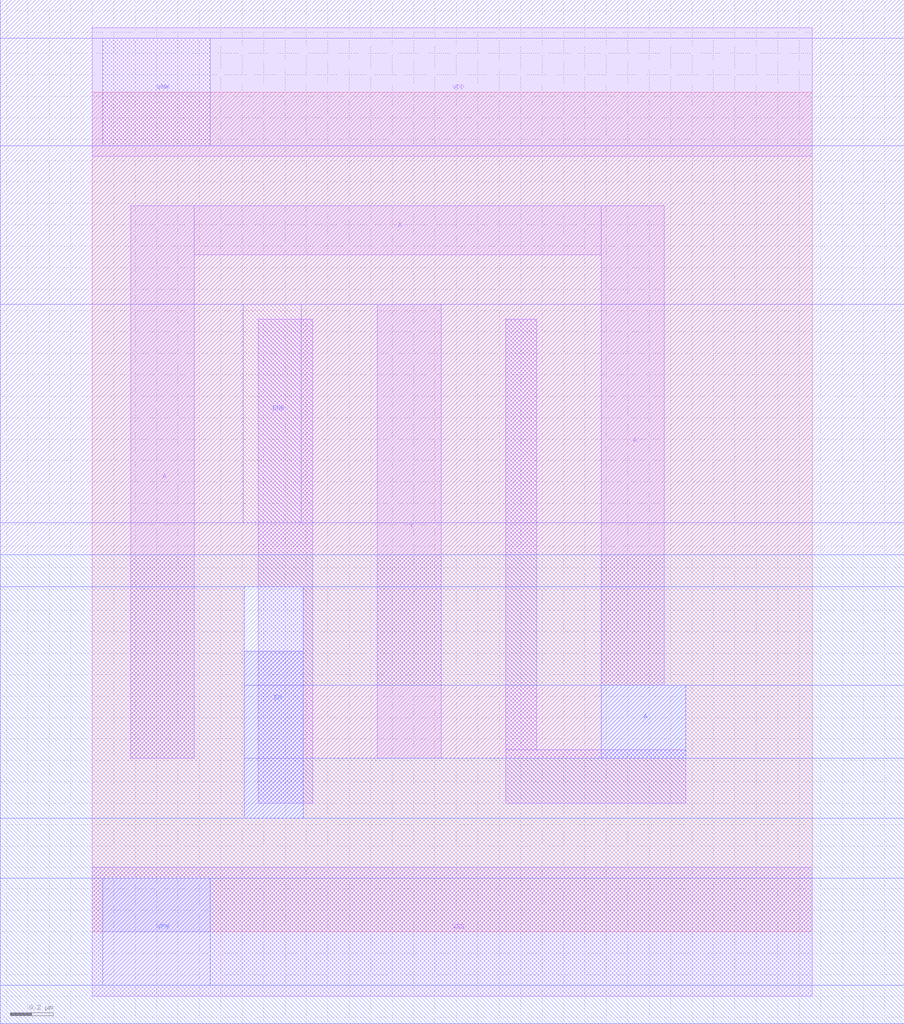
<source format=lef>
VERSION 5.7 ;
  NOWIREEXTENSIONATPIN ON ;
  DIVIDERCHAR "/" ;
  BUSBITCHARS "[]" ;
MACRO gf180mcu_as_sc_mcu7t5v0__trans_2
  CLASS core ;
  FOREIGN gf180mcu_as_sc_mcu7t5v0__trans_2 ;
  ORIGIN 0.000 0.000 ;
  SIZE 3.360 BY 3.920 ;
  SYMMETRY X Y ;
  SITE GF018hv5v_mcu_sc7 ;
  PIN Y
    DIRECTION OUTPUT ;
    USE SIGNAL ;
    ANTENNADIFFAREA 1.182800 ;
    PORT
      LAYER Metal1 ;
        RECT 1.330 0.810 1.630 2.930 ;
    END
  END Y
  PIN A
    DIRECTION INPUT ;
    USE SIGNAL ;
    ANTENNADIFFAREA 1.978400 ;
    PORT
      LAYER Metal1 ;
        RECT 0.180 0.810 0.475 3.390 ;
    END
    PORT
      LAYER Pwell ;
        RECT 2.375 0.810 2.770 1.150 ;
    END
    PORT
      LAYER Metal1 ;
        RECT 2.375 1.150 2.670 3.390 ;
    END
    PORT
      LAYER Metal1 ;
        RECT 0.475 3.160 2.375 3.390 ;
    END
  END A
  PIN VDD
    DIRECTION INOUT ;
    USE POWER ;
    SHAPE ABUTMENT ;
    PORT
      LAYER Metal1 ;
        RECT 0.000 3.620 3.360 4.220 ;
    END
  END VDD
  PIN VNW
    DIRECTION INOUT ;
    USE POWER ;
    PORT
      LAYER Nwell ;
        RECT 0.050 3.670 0.550 4.170 ;
    END
  END VNW
  PIN VPW
    DIRECTION INOUT ;
    USE GROUND ;
    PORT
      LAYER Pwell ;
        RECT 0.050 -0.250 0.550 0.250 ;
    END
  END VPW
  PIN VSS
    DIRECTION INOUT ;
    USE GROUND ;
    SHAPE ABUTMENT ;
    PORT
      LAYER Metal1 ;
        RECT 0.000 -0.300 3.360 0.300 ;
    END
  END VSS
  PIN ENB
    DIRECTION INPUT ;
    USE SIGNAL ;
    PORT
      LAYER Nwell ;
        RECT 0.705 1.910 0.975 2.930 ;
    END
  END ENB
  PIN EN
    DIRECTION INPUT ;
    USE SIGNAL ;
    PORT
      LAYER Pwell ;
        RECT 0.710 0.530 0.985 1.610 ;
    END
  END EN
  OBS
      LAYER Nwell ;
        RECT -0.430 4.170 3.790 4.350 ;
        RECT -0.430 3.670 0.050 4.170 ;
        RECT 0.550 3.670 3.790 4.170 ;
        RECT -0.430 2.930 3.790 3.670 ;
        RECT -0.430 1.910 0.705 2.930 ;
        RECT 0.975 1.910 3.790 2.930 ;
        RECT -0.430 1.760 3.790 1.910 ;
      LAYER Pwell ;
        RECT -0.430 1.610 3.790 1.760 ;
        RECT -0.430 0.530 0.710 1.610 ;
      LAYER Nwell ;
        RECT 0.710 1.150 0.985 1.310 ;
      LAYER Pwell ;
        RECT 0.985 1.150 3.790 1.610 ;
      LAYER Nwell ;
        RECT 0.710 0.810 2.770 1.150 ;
      LAYER Pwell ;
        RECT 2.770 0.810 3.790 1.150 ;
      LAYER Nwell ;
        RECT 0.710 0.530 0.985 0.810 ;
      LAYER Pwell ;
        RECT 0.985 0.530 3.790 0.810 ;
        RECT -0.430 0.250 3.790 0.530 ;
        RECT -0.430 -0.250 0.050 0.250 ;
      LAYER Nwell ;
        RECT 0.050 0.000 0.550 0.250 ;
      LAYER Pwell ;
        RECT 0.550 -0.250 3.790 0.250 ;
        RECT -0.430 -0.430 3.790 -0.250 ;
      LAYER Metal1 ;
        RECT 0.775 0.600 1.030 2.860 ;
        RECT 1.930 0.850 2.075 2.860 ;
        RECT 1.930 0.600 2.770 0.850 ;
  END
END gf180mcu_as_sc_mcu7t5v0__trans_2
END LIBRARY


</source>
